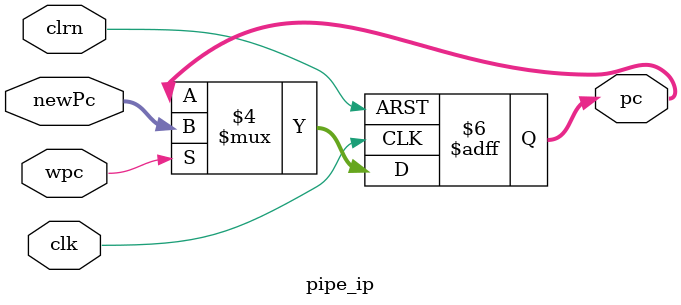
<source format=v>
`timescale 1ns / 1ps
module pipe_ip(clk,clrn,newPc,wpc,pc
    );
	 input clk,clrn;
	 input [31:0] newPc;
	 input wpc;
	 
	 output [31:0] pc;
	 
	 reg [31:0] pc;
	 
	 always @ (posedge clk or negedge clrn) 
		begin
			if(clrn == 0) pc <= 0;
			else if(wpc)			pc <= newPc;
		end
	initial 
		begin
			pc = 0;
		end
endmodule

</source>
